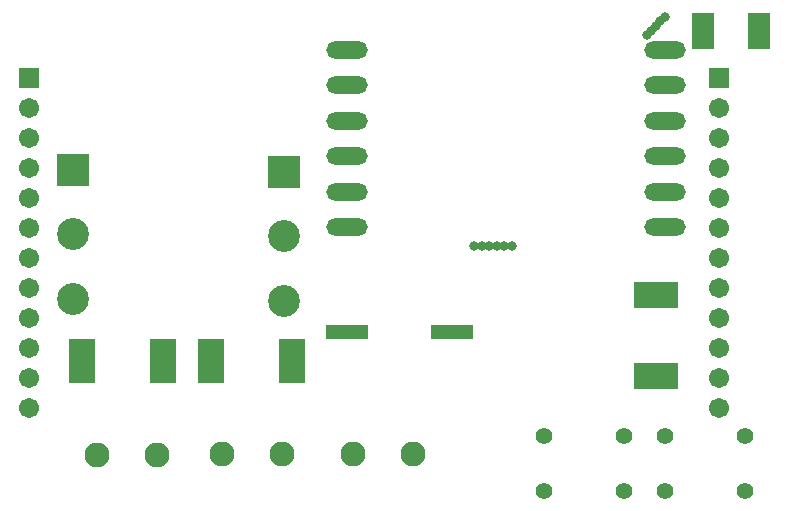
<source format=gts>
G04*
G04 #@! TF.GenerationSoftware,Altium Limited,Altium Designer,22.4.2 (48)*
G04*
G04 Layer_Color=8388736*
%FSLAX25Y25*%
%MOIN*%
G70*
G04*
G04 #@! TF.SameCoordinates,3CF9D964-3833-4CBE-B755-AF4B9B4EF88F*
G04*
G04*
G04 #@! TF.FilePolarity,Negative*
G04*
G01*
G75*
%ADD17R,0.07414X0.12414*%
%ADD18R,0.08800X0.14800*%
%ADD19O,0.13792X0.05800*%
%ADD20R,0.14186X0.04737*%
%ADD21R,0.14800X0.08800*%
%ADD22C,0.10642*%
%ADD23R,0.10642X0.10642*%
%ADD24C,0.05524*%
%ADD25C,0.08280*%
%ADD26C,0.06706*%
%ADD27R,0.06706X0.06706*%
%ADD28C,0.03162*%
D17*
X242520Y160472D02*
D03*
X261339D02*
D03*
D18*
X105589Y50300D02*
D03*
X78589D02*
D03*
X62389Y50500D02*
D03*
X35389D02*
D03*
D19*
X229773Y95067D02*
D03*
Y106878D02*
D03*
Y118689D02*
D03*
Y130500D02*
D03*
Y142311D02*
D03*
Y154122D02*
D03*
X123789Y95067D02*
D03*
Y106878D02*
D03*
Y118689D02*
D03*
Y130500D02*
D03*
Y142311D02*
D03*
Y154122D02*
D03*
D20*
X123898Y59961D02*
D03*
X158898D02*
D03*
D21*
X226789Y72300D02*
D03*
Y45300D02*
D03*
D22*
X32402Y92638D02*
D03*
Y71138D02*
D03*
X102913Y91929D02*
D03*
Y70429D02*
D03*
D23*
X32402Y114138D02*
D03*
X102913Y113429D02*
D03*
D24*
X216275Y7245D02*
D03*
Y25355D02*
D03*
X189503D02*
D03*
Y7245D02*
D03*
X256475Y7245D02*
D03*
Y25355D02*
D03*
X229703D02*
D03*
Y7245D02*
D03*
D25*
X145889Y19300D02*
D03*
X125889D02*
D03*
X60489Y19000D02*
D03*
X40489D02*
D03*
X102089Y19300D02*
D03*
X82089D02*
D03*
D26*
X247798Y34647D02*
D03*
Y44647D02*
D03*
Y54647D02*
D03*
Y64647D02*
D03*
Y74647D02*
D03*
Y84647D02*
D03*
Y94647D02*
D03*
Y104647D02*
D03*
Y114647D02*
D03*
Y124647D02*
D03*
Y134647D02*
D03*
X17798Y34647D02*
D03*
Y44647D02*
D03*
Y54647D02*
D03*
Y64647D02*
D03*
Y74647D02*
D03*
Y84647D02*
D03*
Y94647D02*
D03*
Y104647D02*
D03*
Y114647D02*
D03*
Y124647D02*
D03*
Y134647D02*
D03*
D27*
X247798Y144647D02*
D03*
X17798D02*
D03*
D28*
X176289Y88675D02*
D03*
X173789D02*
D03*
X171189D02*
D03*
X168789D02*
D03*
X229803Y165157D02*
D03*
X228268Y163622D02*
D03*
X226732Y162087D02*
D03*
X225197Y160551D02*
D03*
X223701Y158976D02*
D03*
X178789Y88675D02*
D03*
X166289D02*
D03*
M02*

</source>
